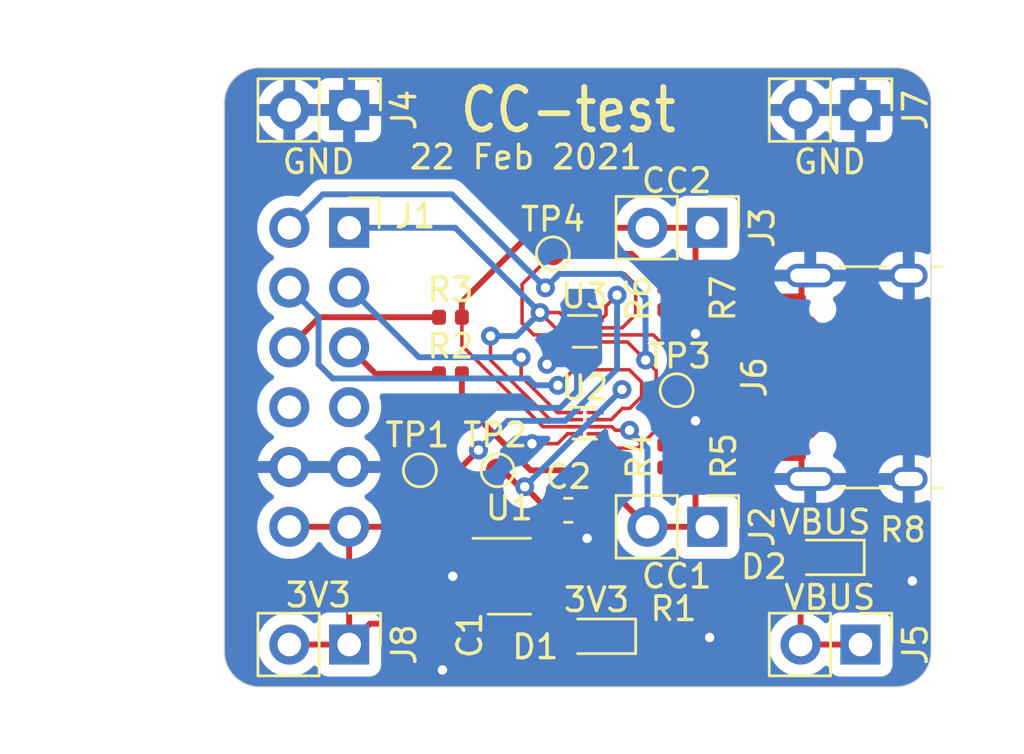
<source format=kicad_pcb>
(kicad_pcb (version 20221018) (generator pcbnew)
  (layers (0 "F.Cu" signal) (31 "B.Cu" signal) (34 "B.Paste" user) (35 "F.Paste" user) (36 "B.SilkS" user "B.Silkscreen") (37 "F.SilkS" user "F.Silkscreen") (38 "B.Mask" user) (39 "F.Mask" user) (44 "Edge.Cuts" user))
  (net 0 "")
  (net 1 "GND")
  (net 2 "+1V1")
  (net 3 "Net-(D1-Pad1)")
  (net 4 "Net-(D2-Pad1)")
  (net 5 "Net-(J1-Pad10)")
  (net 6 "Net-(J1-Pad4)")
  (net 7 "Net-(J6-PadA6)")
  (net 8 "Net-(J6-PadA8)")
  (net 9 "Net-(J6-PadB6)")
  (net 10 "Net-(J6-PadA7)")
  (net 11 "Net-(J6-PadB7)")
  (net 12 "Net-(J6-PadB8)")
  (net 13 "Net-(U1-Pad4)")
  (net 14 "+3V3")
  (net 15 "/VBUS")
  (net 16 "/CC2_INPUT")
  (net 17 "/CC1_INPUT")
  (net 18 "/CC2_OUTPUT_DRIVE_EN")
  (net 19 "/CC1_OUTPUT_DRIVE_EN")
  (net 20 "/CC2_OUTPUT")
  (net 21 "/CC1_OUTPUT")
  (net 22 "/CC1")
  (net 23 "/CC2")
  (net 24 "/CC1_RP")
  (net 25 "/CC2_RP")
  (footprint "CC-test:PinHeader_2x06_P2.54mm_PMOD" (layer "F.Cu") (at 125.3 80)
    (fp_text reference "J1" (at 2.8 -0.5) (layer "F.SilkS"))
    (fp_text value "Conn_02x06_Top_Bottom")
    (fp_line (start 0 -1.27) (end 1.27 -1.27) (stroke (width 0.12)) (layer "F.SilkS"))
    (fp_line (start 1.27 -1.27) (end 1.27 0) (stroke (width 0.12)) (layer "F.SilkS"))
    (pad "1" thru_hole rect (at 0 0) (size 1.7 1.7) (drill 1) (layers "*.Cu" "*.Mask") (net 21 "/CC1_OUTPUT"))
    (pad "2" thru_hole oval (at 0 2.54) (size 1.7 1.7) (drill 1) (layers "*.Cu" "*.Mask") (net 19 "/CC1_OUTPUT_DRIVE_EN"))
    (pad "3" thru_hole oval (at 0 5.08) (size 1.7 1.7) (drill 1) (layers "*.Cu" "*.Mask") (net 17 "/CC1_INPUT"))
    (pad "4" thru_hole oval (at 0 7.62) (size 1.7 1.7) (drill 1) (layers "*.Cu" "*.Mask") (net 6 "Net-(J1-Pad4)"))
    (pad "5" thru_hole oval (at 0 10.16) (size 1.7 1.7) (drill 1) (layers "*.Cu" "*.Mask") (net 1 "GND"))
    (pad "6" thru_hole oval (at 0 12.7) (size 1.7 1.7) (drill 1) (layers "*.Cu" "*.Mask") (net 14 "+3V3"))
    (pad "7" thru_hole oval (at -2.54 0) (size 1.7 1.7) (drill 1) (layers "*.Cu" "*.Mask") (net 20 "/CC2_OUTPUT"))
    (pad "8" thru_hole oval (at -2.54 2.54) (size 1.7 1.7) (drill 1) (layers "*.Cu" "*.Mask") (net 18 "/CC2_OUTPUT_DRIVE_EN"))
    (pad "9" thru_hole oval (at -2.54 5.08) (size 1.7 1.7) (drill 1) (layers "*.Cu" "*.Mask") (net 16 "/CC2_INPUT"))
    (pad "10" thru_hole oval (at -2.54 7.62) (size 1.7 1.7) (drill 1) (layers "*.Cu" "*.Mask") (net 5 "Net-(J1-Pad10)"))
    (pad "11" thru_hole oval (at -2.54 10.16) (size 1.7 1.7) (drill 1) (layers "*.Cu" "*.Mask") (net 1 "GND"))
    (pad "12" thru_hole oval (at -2.54 12.7) (size 1.7 1.7) (drill 1) (layers "*.Cu" "*.Mask") (net 14 "+3V3"))
  )
  (footprint "Connector_PinHeader_2.54mm:PinHeader_1x02_P2.54mm_Vertical" (layer "F.Cu") (at 125.3 75 -90)
    (fp_text reference "J4" (at 0 -2.33 90) (layer "F.SilkS"))
    (fp_text value "Conn_01x02")
    (fp_line (start -1.33 -1.33) (end 0 -1.33) (stroke (width 0.12)) (layer "F.SilkS"))
    (fp_line (start -1.33 0) (end -1.33 -1.33) (stroke (width 0.12)) (layer "F.SilkS"))
    (fp_line (start -1.33 1.27) (end -1.33 3.87) (stroke (width 0.12)) (layer "F.SilkS"))
    (fp_line (start -1.33 1.27) (end 1.33 1.27) (stroke (width 0.12)) (layer "F.SilkS"))
    (fp_line (start -1.33 3.87) (end 1.33 3.87) (stroke (width 0.12)) (layer "F.SilkS"))
    (fp_line (start 1.33 1.27) (end 1.33 3.87) (stroke (width 0.12)) (layer "F.SilkS"))
    (pad "1" thru_hole rect (at 0 0 270) (size 1.7 1.7) (drill 1) (layers "*.Cu" "*.Mask") (net 1 "GND"))
    (pad "2" thru_hole oval (at 0 2.54 270) (size 1.7 1.7) (drill 1) (layers "*.Cu" "*.Mask") (net 1 "GND"))
  )
  (footprint "Connector_PinHeader_2.54mm:PinHeader_1x02_P2.54mm_Vertical" (layer "F.Cu") (at 147 97.7 -90)
    (fp_text reference "J5" (at 0 -2.33 90) (layer "F.SilkS"))
    (fp_text value "Conn_01x02")
    (fp_line (start -1.33 -1.33) (end 0 -1.33) (stroke (width 0.12)) (layer "F.SilkS"))
    (fp_line (start -1.33 0) (end -1.33 -1.33) (stroke (width 0.12)) (layer "F.SilkS"))
    (fp_line (start -1.33 1.27) (end -1.33 3.87) (stroke (width 0.12)) (layer "F.SilkS"))
    (fp_line (start -1.33 1.27) (end 1.33 1.27) (stroke (width 0.12)) (layer "F.SilkS"))
    (fp_line (start -1.33 3.87) (end 1.33 3.87) (stroke (width 0.12)) (layer "F.SilkS"))
    (fp_line (start 1.33 1.27) (end 1.33 3.87) (stroke (width 0.12)) (layer "F.SilkS"))
    (pad "1" thru_hole rect (at 0 0 270) (size 1.7 1.7) (drill 1) (layers "*.Cu" "*.Mask") (net 15 "/VBUS"))
    (pad "2" thru_hole oval (at 0 2.54 270) (size 1.7 1.7) (drill 1) (layers "*.Cu" "*.Mask") (net 15 "/VBUS"))
  )
  (footprint "Connector_PinHeader_2.54mm:PinHeader_1x02_P2.54mm_Vertical" (layer "F.Cu") (at 147 75 -90)
    (fp_text reference "J7" (at 0 -2.33 90) (layer "F.SilkS"))
    (fp_text value "Conn_01x02")
    (fp_line (start -1.33 -1.33) (end 0 -1.33) (stroke (width 0.12)) (layer "F.SilkS"))
    (fp_line (start -1.33 0) (end -1.33 -1.33) (stroke (width 0.12)) (layer "F.SilkS"))
    (fp_line (start -1.33 1.27) (end -1.33 3.87) (stroke (width 0.12)) (layer "F.SilkS"))
    (fp_line (start -1.33 1.27) (end 1.33 1.27) (stroke (width 0.12)) (layer "F.SilkS"))
    (fp_line (start -1.33 3.87) (end 1.33 3.87) (stroke (width 0.12)) (layer "F.SilkS"))
    (fp_line (start 1.33 1.27) (end 1.33 3.87) (stroke (width 0.12)) (layer "F.SilkS"))
    (pad "1" thru_hole rect (at 0 0 270) (size 1.7 1.7) (drill 1) (layers "*.Cu" "*.Mask") (net 1 "GND"))
    (pad "2" thru_hole oval (at 0 2.54 270) (size 1.7 1.7) (drill 1) (layers "*.Cu" "*.Mask") (net 1 "GND"))
  )
  (footprint "Resistor_SMD:R_0402_1005Metric" (layer "F.Cu") (at 129.6 83.8)
    (fp_text reference "R3" (at 0 -1.17) (layer "F.SilkS"))
    (fp_text value "33k")
    (pad "1" smd roundrect (at -0.485 0) (size 0.59 0.64) (layers "F.Cu" "F.Paste" "F.Mask") (net 16 "/CC2_INPUT"))
    (pad "2" smd roundrect (at 0.485 0) (size 0.59 0.64) (layers "F.Cu" "F.Paste" "F.Mask") (net 23 "/CC2"))
  )
  (footprint "Resistor_SMD:R_0402_1005Metric" (layer "F.Cu") (at 148.8 94)
    (fp_text reference "R8" (at 0 -1.17) (layer "F.SilkS"))
    (fp_text value "R")
    (pad "1" smd roundrect (at -0.485 0) (size 0.59 0.64) (layers "F.Cu" "F.Paste" "F.Mask") (net 4 "Net-(D2-Pad1)"))
    (pad "2" smd roundrect (at 0.485 0) (size 0.59 0.64) (layers "F.Cu" "F.Paste" "F.Mask") (net 1 "GND"))
  )
  (footprint "TestPoint:TestPoint_Pad_D1.0mm" (layer "F.Cu") (at 128.3 90.3)
    (fp_text reference "TP1" (at -0.1 -1.5) (layer "F.SilkS"))
    (fp_text value "TestPoint")
    (fp_circle (center 0 0) (end 0 0.7) (stroke (width 0.12)) (fill none) (layer "F.SilkS"))
    (pad "1" smd circle (at 0 0) (size 1 1) (layers "F.Cu" "F.Mask") (net 14 "+3V3"))
  )
  (footprint "TestPoint:TestPoint_Pad_D1.0mm" (layer "F.Cu") (at 131.6 90.3)
    (fp_text reference "TP2" (at -0.1 -1.5) (layer "F.SilkS"))
    (fp_text value "TestPoint")
    (fp_circle (center 0 0) (end 0 0.7) (stroke (width 0.12)) (fill none) (layer "F.SilkS"))
    (pad "1" smd circle (at 0 0) (size 1 1) (layers "F.Cu" "F.Mask") (net 2 "+1V1"))
  )
  (footprint "TestPoint:TestPoint_Pad_D1.0mm" (layer "F.Cu") (at 133.95 81.09)
    (fp_text reference "TP4" (at 0 -1.448) (layer "F.SilkS"))
    (fp_text value "TestPoint")
    (fp_circle (center 0 0) (end 0 0.7) (stroke (width 0.12)) (fill none) (layer "F.SilkS"))
    (pad "1" smd circle (at 0 0) (size 1 1) (layers "F.Cu" "F.Mask") (net 25 "/CC2_RP"))
  )
  (footprint "Connector_PinHeader_2.54mm:PinHeader_1x02_P2.54mm_Vertical" (layer "F.Cu") (at 140.5 92.7 -90)
    (fp_text reference "J2" (at 0 -2.33 90) (layer "F.SilkS"))
    (fp_text value "Conn_01x02")
    (fp_line (start -1.33 -1.33) (end 0 -1.33) (stroke (width 0.12)) (layer "F.SilkS"))
    (fp_line (start -1.33 0) (end -1.33 -1.33) (stroke (width 0.12)) (layer "F.SilkS"))
    (fp_line (start -1.33 1.27) (end -1.33 3.87) (stroke (width 0.12)) (layer "F.SilkS"))
    (fp_line (start -1.33 1.27) (end 1.33 1.27) (stroke (width 0.12)) (layer "F.SilkS"))
    (fp_line (start -1.33 3.87) (end 1.33 3.87) (stroke (width 0.12)) (layer "F.SilkS"))
    (fp_line (start 1.33 1.27) (end 1.33 3.87) (stroke (width 0.12)) (layer "F.SilkS"))
    (pad "1" thru_hole rect (at 0 0 270) (size 1.7 1.7) (drill 1) (layers "*.Cu" "*.Mask") (net 22 "/CC1"))
    (pad "2" thru_hole oval (at 0 2.54 270) (size 1.7 1.7) (drill 1) (layers "*.Cu" "*.Mask") (net 22 "/CC1"))
  )
  (footprint "CC-test:USB_C_Receptacle_HRO_TYPE-C-31-M-12" (layer "F.Cu") (at 148 86.35 90)
    (fp_text reference "J6" (at 0 -5.5 -90) (layer "F.SilkS"))
    (fp_text value "USB_C_Receptacle_USB2.0")
    (fp_line (start -4.7 -1.9) (end -4.7 0.1) (stroke (width 0.12)) (layer "F.SilkS"))
    (fp_line (start -4.7 2) (end -4.7 2.45) (stroke (width 0.12)) (layer "F.SilkS"))
    (fp_line (start 4.7 -1.9) (end 4.7 0.1) (stroke (width 0.12)) (layer "F.SilkS"))
    (fp_line (start 4.7 2) (end 4.7 2.45) (stroke (width 0.12)) (layer "F.SilkS"))
    (pad "" np_thru_hole circle (at -2.89 -2.6 90) (size 0.65 0.65) (drill 0.65) (layers "*.Cu" "*.Mask"))
    (pad "" np_thru_hole circle (at 2.89 -2.6 90) (size 0.65 0.65) (drill 0.65) (layers "*.Cu" "*.Mask"))
    (pad "A1" smd roundrect (at -3.25 -4.045 90) (size 0.6 1.45) (layers "F.Cu" "F.Paste" "F.Mask") (net 1 "GND"))
    (pad "A4" smd roundrect (at -2.45 -4.045 90) (size 0.6 1.45) (layers "F.Cu" "F.Paste" "F.Mask") (net 15 "/VBUS"))
    (pad "A5" smd roundrect (at -1.25 -4.045 90) (size 0.3 1.45) (layers "F.Cu" "F.Paste" "F.Mask") (net 22 "/CC1"))
    (pad "A6" smd roundrect (at -0.25 -4.045 90) (size 0.3 1.45) (layers "F.Cu" "F.Paste" "F.Mask") (net 7 "Net-(J6-PadA6)"))
    (pad "A7" smd roundrect (at 0.25 -4.045 90) (size 0.3 1.45) (layers "F.Cu" "F.Paste" "F.Mask") (net 10 "Net-(J6-PadA7)"))
    (pad "A8" smd roundrect (at 1.25 -4.045 90) (size 0.3 1.45) (layers "F.Cu" "F.Paste" "F.Mask") (net 8 "Net-(J6-PadA8)"))
    (pad "A9" smd roundrect (at 2.45 -4.045 90) (size 0.6 1.45) (layers "F.Cu" "F.Paste" "F.Mask") (net 15 "/VBUS"))
    (pad "A12" smd roundrect (at 3.25 -4.045 90) (size 0.6 1.45) (layers "F.Cu" "F.Paste" "F.Mask") (net 1 "GND"))
    (pad "B1" smd roundrect (at 3.25 -4.045 90) (size 0.6 1.45) (layers "F.Cu" "F.Paste" "F.Mask") (net 1 "GND"))
    (pad "B4" smd roundrect (at 2.45 -4.045 90) (size 0.6 1.45) (layers "F.Cu" "F.Paste" "F.Mask") (net 15 "/VBUS"))
    (pad "B5" smd roundrect (at 1.75 -4.045 90) (size 0.3 1.45) (layers "F.Cu" "F.Paste" "F.Mask") (net 23 "/CC2"))
    (pad "B6" smd roundrect (at 0.75 -4.045 90) (size 0.3 1.45) (layers "F.Cu" "F.Paste" "F.Mask") (net 9 "Net-(J6-PadB6)"))
    (pad "B7" smd roundrect (at -0.75 -4.045 90) (size 0.3 1.45) (layers "F.Cu" "F.Paste" "F.Mask") (net 11 "Net-(J6-PadB7)"))
    (pad "B8" smd roundrect (at -1.75 -4.045 90) (size 0.3 1.45) (layers "F.Cu" "F.Paste" "F.Mask") (net 12 "Net-(J6-PadB8)"))
    (pad "B9" smd roundrect (at -2.45 -4.045 90) (size 0.6 1.45) (layers "F.Cu" "F.Paste" "F.Mask") (net 15 "/VBUS"))
    (pad "B12" smd roundrect (at -3.25 -4.045 90) (size 0.6 1.45) (layers "F.Cu" "F.Paste" "F.Mask") (net 1 "GND"))
    (pad "S1" thru_hole oval (at -4.32 -3.13 90) (size 1 2.1) (drill oval 0.6 1.7) (layers "*.Cu" "*.Mask" "F.Paste") (net 1 "GND"))
    (pad "S1" thru_hole oval (at -4.32 1.05 90) (size 1 1.6) (drill oval 0.6 1.2) (layers "*.Cu" "*.Mask" "F.Paste") (net 1 "GND"))
    (pad "S1" thru_hole oval (at 4.32 -3.13 90) (size 1 2.1) (drill oval 0.6 1.7) (layers "*.Cu" "*.Mask" "F.Paste") (net 1 "GND"))
    (pad "S1" thru_hole oval (at 4.32 1.05 90) (size 1 1.6) (drill oval 0.6 1.2) (layers "*.Cu" "*.Mask" "F.Paste") (net 1 "GND"))
  )
  (footprint "Package_TO_SOT_SMD:SOT-23-5" (layer "F.Cu") (at 132.1 94.8)
    (fp_text reference "U1" (at 0 -2.9) (layer "F.SilkS"))
    (fp_text value "MIC5504-1.8YM5")
    (fp_line (start -0.9 1.61) (end 0.9 1.61) (stroke (width 0.12)) (layer "F.SilkS"))
    (fp_line (start 0.9 -1.61) (end -1.55 -1.61) (stroke (width 0.12)) (layer "F.SilkS"))
    (pad "1" smd rect (at -1.1 -0.95) (size 1.06 0.65) (layers "F.Cu" "F.Paste" "F.Mask") (net 14 "+3V3"))
    (pad "2" smd rect (at -1.1 0) (size 1.06 0.65) (layers "F.Cu" "F.Paste" "F.Mask") (net 1 "GND"))
    (pad "3" smd rect (at -1.1 0.95) (size 1.06 0.65) (layers "F.Cu" "F.Paste" "F.Mask") (net 14 "+3V3"))
    (pad "4" smd rect (at 1.1 0.95) (size 1.06 0.65) (layers "F.Cu" "F.Paste" "F.Mask") (net 13 "Net-(U1-Pad4)"))
    (pad "5" smd rect (at 1.1 -0.95) (size 1.06 0.65) (layers "F.Cu" "F.Paste" "F.Mask") (net 2 "+1V1"))
  )
  (footprint "Capacitor_SMD:C_0402_1005Metric" (layer "F.Cu") (at 129.25 97.3 -90)
    (fp_text reference "C1" (at 0 -1.17 90) (layer "F.SilkS"))
    (fp_text value "C")
    (pad "1" smd roundrect (at -0.485 0 270) (size 0.59 0.64) (layers "F.Cu" "F.Paste" "F.Mask") (net 14 "+3V3"))
    (pad "2" smd roundrect (at 0.485 0 270) (size 0.59 0.64) (layers "F.Cu" "F.Paste" "F.Mask") (net 1 "GND"))
  )
  (footprint "Capacitor_SMD:C_0603_1608Metric" (layer "F.Cu") (at 134.6 92)
    (fp_text reference "C2" (at 0 -1.43) (layer "F.SilkS"))
    (fp_text value "C")
    (fp_line (start -0.162779 -0.51) (end 0.162779 -0.51) (stroke (width 0.12)) (layer "F.SilkS"))
    (fp_line (start -0.162779 0.51) (end 0.162779 0.51) (stroke (width 0.12)) (layer "F.SilkS"))
    (pad "1" smd roundrect (at -0.7875 0) (size 0.875 0.95) (layers "F.Cu" "F.Paste" "F.Mask") (net 2 "+1V1"))
    (pad "2" smd roundrect (at 0.7875 0) (size 0.875 0.95) (layers "F.Cu" "F.Paste" "F.Mask") (net 1 "GND"))
  )
  (footprint "LED_SMD:LED_0603_1608Metric_Pad1.05x0.95mm_HandSolder" (layer "F.Cu") (at 135.8 97.35 180)
    (fp_text reference "D1" (at 2.6 -0.45) (layer "F.SilkS"))
    (fp_text value "LED")
    (fp_line (start -1.66 -0.735) (end -1.66 0.735) (stroke (width 0.12)) (layer "F.SilkS"))
    (fp_line (start -1.66 0.735) (end 0.8 0.735) (stroke (width 0.12)) (layer "F.SilkS"))
    (fp_line (start 0.8 -0.735) (end -1.66 -0.735) (stroke (width 0.12)) (layer "F.SilkS"))
    (pad "1" smd roundrect (at -0.875 0 180) (size 1.05 0.95) (layers "F.Cu" "F.Paste" "F.Mask") (net 3 "Net-(D1-Pad1)"))
    (pad "2" smd roundrect (at 0.875 0 180) (size 1.05 0.95) (layers "F.Cu" "F.Paste" "F.Mask") (net 14 "+3V3"))
  )
  (footprint "LED_SMD:LED_0603_1608Metric_Pad1.05x0.95mm_HandSolder" (layer "F.Cu") (at 145.5 94 180)
    (fp_text reference "D2" (at 2.6 -0.4) (layer "F.SilkS"))
    (fp_text value "LED")
    (fp_line (start -1.66 -0.735) (end -1.66 0.735) (stroke (width 0.12)) (layer "F.SilkS"))
    (fp_line (start -1.66 0.735) (end 0.8 0.735) (stroke (width 0.12)) (layer "F.SilkS"))
    (fp_line (start 0.8 -0.735) (end -1.66 -0.735) (stroke (width 0.12)) (layer "F.SilkS"))
    (pad "1" smd roundrect (at -0.875 0 180) (size 1.05 0.95) (layers "F.Cu" "F.Paste" "F.Mask") (net 4 "Net-(D2-Pad1)"))
    (pad "2" smd roundrect (at 0.875 0 180) (size 1.05 0.95) (layers "F.Cu" "F.Paste" "F.Mask") (net 15 "/VBUS"))
  )
  (footprint "Resistor_SMD:R_0402_1005Metric" (layer "F.Cu") (at 139.065 97.35)
    (fp_text reference "R1" (at 0 -1.17) (layer "F.SilkS"))
    (fp_text value "R")
    (pad "1" smd roundrect (at -0.485 0) (size 0.59 0.64) (layers "F.Cu" "F.Paste" "F.Mask") (net 3 "Net-(D1-Pad1)"))
    (pad "2" smd roundrect (at 0.485 0) (size 0.59 0.64) (layers "F.Cu" "F.Paste" "F.Mask") (net 1 "GND"))
  )
  (footprint "Connector_PinHeader_2.54mm:PinHeader_1x02_P2.54mm_Vertical" (layer "F.Cu") (at 140.5 80 -90)
    (fp_text reference "J3" (at 0 -2.33 90) (layer "F.SilkS"))
    (fp_text value "Conn_01x02")
    (fp_line (start -1.33 -1.33) (end 0 -1.33) (stroke (width 0.12)) (layer "F.SilkS"))
    (fp_line (start -1.33 0) (end -1.33 -1.33) (stroke (width 0.12)) (layer "F.SilkS"))
    (fp_line (start -1.33 1.27) (end -1.33 3.87) (stroke (width 0.12)) (layer "F.SilkS"))
    (fp_line (start -1.33 1.27) (end 1.33 1.27) (stroke (width 0.12)) (layer "F.SilkS"))
    (fp_line (start -1.33 3.87) (end 1.33 3.87) (stroke (width 0.12)) (layer "F.SilkS"))
    (fp_line (start 1.33 1.27) (end 1.33 3.87) (stroke (width 0.12)) (layer "F.SilkS"))
    (pad "1" thru_hole rect (at 0 0 270) (size 1.7 1.7) (drill 1) (layers "*.Cu" "*.Mask") (net 23 "/CC2"))
    (pad "2" thru_hole oval (at 0 2.54 270) (size 1.7 1.7) (drill 1) (layers "*.Cu" "*.Mask") (net 23 "/CC2"))
  )
  (footprint "Connector_PinHeader_2.54mm:PinHeader_1x02_P2.54mm_Vertical" (layer "F.Cu") (at 125.3 97.7 -90)
    (fp_text reference "J8" (at 0 -2.33 90) (layer "F.SilkS"))
    (fp_text value "Conn_01x02")
    (fp_line (start -1.33 -1.33) (end 0 -1.33) (stroke (width 0.12)) (layer "F.SilkS"))
    (fp_line (start -1.33 0) (end -1.33 -1.33) (stroke (width 0.12)) (layer "F.SilkS"))
    (fp_line (start -1.33 1.27) (end -1.33 3.87) (stroke (width 0.12)) (layer "F.SilkS"))
    (fp_line (start -1.33 1.27) (end 1.33 1.27) (stroke (width 0.12)) (layer "F.SilkS"))
    (fp_line (start -1.33 3.87) (end 1.33 3.87) (stroke (width 0.12)) (layer "F.SilkS"))
    (fp_line (start 1.33 1.27) (end 1.33 3.87) (stroke (width 0.12)) (layer "F.SilkS"))
    (pad "1" thru_hole rect (at 0 0 270) (size 1.7 1.7) (drill 1) (layers "*.Cu" "*.Mask") (net 14 "+3V3"))
    (pad "2" thru_hole oval (at 0 2.54 270) (size 1.7 1.7) (drill 1) (layers "*.Cu" "*.Mask") (net 14 "+3V3"))
  )
  (footprint "Resistor_SMD:R_0402_1005Metric" (layer "F.Cu") (at 140 89.7 90)
    (fp_text reference "R5" (at 0 1.2 90) (layer "F.SilkS"))
    (fp_text value "5.49K±1%")
    (pad "1" smd roundrect (at -0.485 0 90) (size 0.59 0.64) (layers "F.Cu" "F.Paste" "F.Mask") (net 22 "/CC1"))
    (pad "2" smd roundrect (at 0.485 0 90) (size 0.59 0.64) (layers "F.Cu" "F.Paste" "F.Mask") (net 1 "GND"))
  )
  (footprint "Resistor_SMD:R_0402_1005Metric" (layer "F.Cu") (at 129.6 86.2)
    (fp_text reference "R2" (at 0 -1.17) (layer "F.SilkS"))
    (fp_text value "33k")
    (pad "1" smd roundrect (at -0.485 0) (size 0.59 0.64) (layers "F.Cu" "F.Paste" "F.Mask") (net 17 "/CC1_INPUT"))
    (pad "2" smd roundrect (at 0.485 0) (size 0.59 0.64) (layers "F.Cu" "F.Paste" "F.Mask") (net 22 "/CC1"))
  )
  (footprint "Resistor_SMD:R_0402_1005Metric" (layer "F.Cu") (at 138.7 89.7 -90)
    (fp_text reference "R4" (at 0 1.1 90) (layer "F.SilkS"))
    (fp_text value "18.7K±1%")
    (pad "1" smd roundrect (at -0.485 0 270) (size 0.59 0.64) (layers "F.Cu" "F.Paste" "F.Mask") (net 24 "/CC1_RP"))
    (pad "2" smd roundrect (at 0.485 0 270) (size 0.59 0.64) (layers "F.Cu" "F.Paste" "F.Mask") (net 22 "/CC1"))
  )
  (footprint "Resistor_SMD:R_0402_1005Metric" (layer "F.Cu") (at 140 83 -90)
    (fp_text reference "R7" (at 0 -1.17 90) (layer "F.SilkS"))
    (fp_text value "5.49K±1%")
    (pad "1" smd roundrect (at -0.485 0 270) (size 0.59 0.64) (layers "F.Cu" "F.Paste" "F.Mask") (net 23 "/CC2"))
    (pad "2" smd roundrect (at 0.485 0 270) (size 0.59 0.64) (layers "F.Cu" "F.Paste" "F.Mask") (net 1 "GND"))
  )
  (footprint "CC-test:X2-DFN1210-8_1.2x1mm_P0.3mm" (layer "F.Cu") (at 135.3 88.3)
    (fp_text reference "U2" (at 0 -1.5) (layer "F.SilkS"))
    (fp_text value "74AUP2G126")
    (fp_line (start 0.5 -0.675) (end -0.7 -0.675) (stroke (width 0.12)) (layer "F.SilkS"))
    (fp_line (start 0.5 0.675) (end -0.5 0.675) (stroke (width 0.12)) (layer "F.SilkS"))
    (pad "1" smd rect (at -0.4375 -0.45 270) (size 0.15 0.725) (layers "F.Cu" "F.Paste" "F.Mask") (net 19 "/CC1_OUTPUT_DRIVE_EN"))
    (pad "2" smd rect (at -0.4375 -0.15 270) (size 0.15 0.725) (layers "F.Cu" "F.Paste" "F.Mask") (net 21 "/CC1_OUTPUT"))
    (pad "3" smd rect (at -0.4375 0.15 270) (size 0.15 0.725) (layers "F.Cu" "F.Paste" "F.Mask") (net 23 "/CC2"))
    (pad "4" smd rect (at -0.4375 0.45 270) (size 0.15 0.725) (layers "F.Cu" "F.Paste" "F.Mask") (net 1 "GND"))
    (pad "5" smd rect (at 0.4375 0.45 270) (size 0.15 0.725) (layers "F.Cu" "F.Paste" "F.Mask") (net 20 "/CC2_OUTPUT"))
    (pad "6" smd rect (at 0.4375 0.15 270) (size 0.15 0.725) (layers "F.Cu" "F.Paste" "F.Mask") (net 22 "/CC1"))
    (pad "7" smd rect (at 0.4375 -0.15 270) (size 0.15 0.725) (layers "F.Cu" "F.Paste" "F.Mask") (net 18 "/CC2_OUTPUT_DRIVE_EN"))
    (pad "8" smd rect (at 0.4375 -0.45 270) (size 0.15 0.725) (layers "F.Cu" "F.Paste" "F.Mask") (net 2 "+1V1"))
  )
  (footprint "CC-test:X2-DFN1210-8_1.2x1mm_P0.3mm" (layer "F.Cu") (at 135.3 84.4)
    (fp_text reference "U3" (at 0 -1.5) (layer "F.SilkS"))
    (fp_text value "74AUP2G126")
    (fp_line (start 0.5 -0.675) (end -0.7 -0.675) (stroke (width 0.12)) (layer "F.SilkS"))
    (fp_line (start 0.5 0.675) (end -0.5 0.675) (stroke (width 0.12)) (layer "F.SilkS"))
    (pad "1" smd rect (at -0.4375 -0.45 270) (size 0.15 0.725) (layers "F.Cu" "F.Paste" "F.Mask") (net 21 "/CC1_OUTPUT"))
    (pad "2" smd rect (at -0.4375 -0.15 270) (size 0.15 0.725) (layers "F.Cu" "F.Paste" "F.Mask") (net 21 "/CC1_OUTPUT"))
    (pad "3" smd rect (at -0.4375 0.15 270) (size 0.15 0.725) (layers "F.Cu" "F.Paste" "F.Mask") (net 25 "/CC2_RP"))
    (pad "4" smd rect (at -0.4375 0.45 270) (size 0.15 0.725) (layers "F.Cu" "F.Paste" "F.Mask") (net 1 "GND"))
    (pad "5" smd rect (at 0.4375 0.45 270) (size 0.15 0.725) (layers "F.Cu" "F.Paste" "F.Mask") (net 20 "/CC2_OUTPUT"))
    (pad "6" smd rect (at 0.4375 0.15 270) (size 0.15 0.725) (layers "F.Cu" "F.Paste" "F.Mask") (net 24 "/CC1_RP"))
    (pad "7" smd rect (at 0.4375 -0.15 270) (size 0.15 0.725) (layers "F.Cu" "F.Paste" "F.Mask") (net 20 "/CC2_OUTPUT"))
    (pad "8" smd rect (at 0.4375 -0.45 270) (size 0.15 0.725) (layers "F.Cu" "F.Paste" "F.Mask") (net 14 "+3V3"))
  )
  (footprint "Resistor_SMD:R_0402_1005Metric" (layer "F.Cu") (at 138.7 83 -90)
    (fp_text reference "R6" (at 0 1.1 90) (layer "F.SilkS"))
    (fp_text value "18.7K±1%")
    (pad "1" smd roundrect (at -0.485 0 270) (size 0.59 0.64) (layers "F.Cu" "F.Paste" "F.Mask") (net 25 "/CC2_RP"))
    (pad "2" smd roundrect (at 0.485 0 270) (size 0.59 0.64) (layers "F.Cu" "F.Paste" "F.Mask") (net 23 "/CC2"))
  )
  (footprint "TestPoint:TestPoint_Pad_D1.0mm" (layer "F.Cu") (at 139.2 86.9)
    (fp_text reference "TP3" (at 0.1 -1.448) (layer "F.SilkS"))
    (fp_text value "TestPoint")
    (fp_circle (center 0 0) (end 0 0.7) (stroke (width 0.12)) (fill none) (layer "F.SilkS"))
    (pad "1" smd circle (at 0 0) (size 1 1) (layers "F.Cu" "F.Mask") (net 24 "/CC1_RP"))
  )
  (gr_arc (start 120 74.7) (mid 120.43934 73.63934) (end 121.5 73.2) (stroke (width 0.05)) (layer "Edge.Cuts"))
  (gr_line (start 148.5 99.5) (end 121.5 99.5) (stroke (width 0.05)) (layer "Edge.Cuts"))
  (gr_line (start 120 74.7) (end 120 98) (stroke (width 0.05)) (layer "Edge.Cuts"))
  (gr_line (start 121.5 73.2) (end 148.5 73.2) (stroke (width 0.05)) (layer "Edge.Cuts"))
  (gr_line (start 150 74.7) (end 150 98) (stroke (width 0.05)) (layer "Edge.Cuts"))
  (gr_arc (start 150 98) (mid 149.56066 99.06066) (end 148.5 99.5) (stroke (width 0.05)) (layer "Edge.Cuts"))
  (gr_arc (start 121.5 99.5) (mid 120.43934 99.06066) (end 120 98) (stroke (width 0.05)) (layer "Edge.Cuts"))
  (gr_arc (start 148.5 73.2) (mid 149.56066 73.63934) (end 150 74.7) (stroke (width 0.05)) (layer "Edge.Cuts"))
  (gr_text "VBUS" (at 145.5 92.5) (layer "F.SilkS") (effects (font (size 1 1))))
  (gr_text "CC1" (at 139.2 94.8) (layer "F.SilkS") (effects (font (size 1 1))))
  (gr_text "CC2" (at 139.2 78) (layer "F.SilkS") (effects (font (size 1 1))))
  (gr_text "3V3" (at 124 95.6) (layer "F.SilkS") (effects (font (size 1 1))))
  (gr_text "GND" (at 124 77.2) (layer "F.SilkS") (effects (font (size 1 1))))
  (gr_text "GND" (at 145.7 77.2) (layer "F.SilkS") (effects (font (size 1 1))))
  (gr_text "VBUS" (at 145.7 95.7) (layer "F.SilkS") (effects (font (size 1 1))))
  (gr_text "22 Feb 2021" (at 132.8 77) (layer "F.SilkS") (effects (font (size 1 1))))
  (gr_text "CC-test" (at 134.6 75) (layer "F.SilkS") (effects (font (size 1.8 1.5) (thickness 0.25))))
  (gr_text "3V3" (at 135.8 95.8) (layer "F.SilkS") (effects (font (size 1 1))))
  (segment (start 140 83.485) (end 140 84.5) (width 0.25) (layer "F.Cu") (net 1))
  (segment (start 134.15 89.17) (end 133.06 89.17) (width 0.15) (layer "F.Cu") (net 1))
  (segment (start 133.7 85.8) (end 134.65 84.85) (width 0.15) (layer "F.Cu") (net 1))
  (segment (start 140.55 97.35) (end 140.6 97.4) (width 0.25) (layer "F.Cu") (net 1))
  (segment (start 144.5 89.8) (end 144.5 90.3) (width 0.25) (layer "F.Cu") (net 1))
  (segment (start 144.5 90.3) (end 144.87 90.67) (width 0.25) (layer "F.Cu") (net 1))
  (segment (start 140 89.215) (end 140 88.2) (width 0.25) (layer "F.Cu") (net 1))
  (segment (start 144.2 83.1) (end 144.5 82.8) (width 0.25) (layer "F.Cu") (net 1))
  (segment (start 144.5 82.8) (end 144.5 82.4) (width 0.25) (layer "F.Cu") (net 1))
  (segment (start 129.25 97.785) (end 129.25 98.77) (width 0.25) (layer "F.Cu") (net 1))
  (segment (start 149.285 94.915) (end 149.2 95) (width 0.25) (layer "F.Cu") (net 1))
  (segment (start 134.8625 88.75) (end 134.57 88.75) (width 0.15) (layer "F.Cu") (net 1))
  (segment (start 144.5 82.4) (end 144.87 82.03) (width 0.25) (layer "F.Cu") (net 1))
  (segment (start 131 94.8) (end 129.7 94.8) (width 0.25) (layer "F.Cu") (net 1))
  (segment (start 143.955 83.1) (end 144.2 83.1) (width 0.25) (layer "F.Cu") (net 1))
  (segment (start 135.3875 93.1775) (end 135.4 93.19) (width 0.25) (layer "F.Cu") (net 1))
  (segment (start 135.3875 92) (end 135.3875 93.1775) (width 0.25) (layer "F.Cu") (net 1))
  (segment (start 134.65 84.85) (end 134.8625 84.85) (width 0.15) (layer "F.Cu") (net 1))
  (segment (start 139.55 97.35) (end 140.55 97.35) (width 0.25) (layer "F.Cu") (net 1))
  (segment (start 134.57 88.75) (end 134.15 89.17) (width 0.15) (layer "F.Cu") (net 1))
  (segment (start 129.25 98.77) (end 129.26 98.78) (width 0.25) (layer "F.Cu") (net 1))
  (segment (start 144.3 89.6) (end 144.5 89.8) (width 0.25) (layer "F.Cu") (net 1))
  (segment (start 149.285 94) (end 149.285 94.915) (width 0.25) (layer "F.Cu") (net 1))
  (segment (start 143.955 89.6) (end 144.3 89.6) (width 0.25) (layer "F.Cu") (net 1))
  (via (at 129.26 98.78) (size 0.8) (drill 0.4) (layers "F.Cu" "B.Cu") (net 1))
  (via (at 129.7 94.8) (size 0.8) (drill 0.4) (layers "F.Cu" "B.Cu") (net 1))
  (via (at 133.06 89.17) (size 0.8) (drill 0.4) (layers "F.Cu" "B.Cu") (net 1))
  (via (at 140 88.2) (size 0.8) (drill 0.4) (layers "F.Cu" "B.Cu") (net 1))
  (via (at 149.2 95) (size 0.8) (drill 0.4) (layers "F.Cu" "B.Cu") (net 1))
  (via (at 140.6 97.4) (size 0.8) (drill 0.4) (layers "F.Cu" "B.Cu") (net 1))
  (via (at 140 84.5) (size 0.8) (drill 0.4) (layers "F.Cu" "B.Cu") (net 1))
  (via (at 133.7 85.8) (size 0.8) (drill 0.4) (layers "F.Cu" "B.Cu") (net 1))
  (via (at 135.4 93.19) (size 0.8) (drill 0.4) (layers "F.Cu" "B.Cu") (net 1))
  (segment (start 127.35 90.16) (end 125.3 90.16) (width 0.25) (layer "B.Cu") (net 1))
  (segment (start 129.86 87.65) (end 127.35 90.16) (width 0.25) (layer "B.Cu") (net 1))
  (segment (start 134.97 86.21) (end 134.97 86.93) (width 0.25) (layer "B.Cu") (net 1))
  (segment (start 134.56 85.8) (end 134.97 86.21) (width 0.25) (layer "B.Cu") (net 1))
  (segment (start 134.97 86.93) (end 134.25 87.65) (width 0.25) (layer "B.Cu") (net 1))
  (segment (start 133.7 85.8) (end 134.56 85.8) (width 0.25) (layer "B.Cu") (net 1))
  (segment (start 134.25 87.65) (end 129.86 87.65) (width 0.25) (layer "B.Cu") (net 1))
  (segment (start 136.88 86.91) (end 136.88 86.87) (width 0.15) (layer "F.Cu") (net 2))
  (segment (start 132.75 91) (end 133.75 92) (width 0.25) (layer "F.Cu") (net 2))
  (segment (start 133.2 92.6125) (end 133.8125 92) (width 0.25) (layer "F.Cu") (net 2))
  (segment (start 133.75 92) (end 133.8125 92) (width 0.25) (layer "F.Cu") (net 2))
  (segment (start 135.94 87.85) (end 136.88 86.91) (width 0.15) (layer "F.Cu") (net 2))
  (segment (start 135.7375 87.85) (end 135.94 87.85) (width 0.15) (layer "F.Cu") (net 2))
  (segment (start 132.52 91) (end 132.75 91) (width 0.25) (layer "F.Cu") (net 2))
  (segment (start 131.82 90.3) (end 132.52 91) (width 0.25) (layer "F.Cu") (net 2))
  (segment (start 133.2 93.85) (end 133.2 92.6125) (width 0.25) (layer "F.Cu") (net 2))
  (segment (start 131.6 90.3) (end 131.82 90.3) (width 0.25) (layer "F.Cu") (net 2))
  (via (at 136.88 86.87) (size 0.8) (drill 0.4) (layers "F.Cu" "B.Cu") (net 2))
  (via (at 132.75 91) (size 0.8) (drill 0.4) (layers "F.Cu" "B.Cu") (net 2))
  (segment (start 136.88 86.87) (end 132.75 91) (width 0.25) (layer "B.Cu") (net 2))
  (segment (start 136.675 97.35) (end 138.58 97.35) (width 0.25) (layer "F.Cu") (net 3))
  (segment (start 148.315 94) (end 146.375 94) (width 0.25) (layer "F.Cu") (net 4))
  (segment (start 129.47 90.3) (end 129.7 90.53) (width 0.25) (layer "F.Cu") (net 14))
  (segment (start 125.3 97.7) (end 126.185 96.815) (width 0.25) (layer "F.Cu") (net 14))
  (segment (start 131.25 95.75) (end 132.85 97.35) (width 0.25) (layer "F.Cu") (net 14))
  (segment (start 129.885 96.815) (end 129.25 96.815) (width 0.25) (layer "F.Cu") (net 14))
  (segment (start 132.85 97.35) (end 134.925 97.35) (width 0.25) (layer "F.Cu") (net 14))
  (segment (start 136.2 83.33) (end 136.67 82.86) (width 0.15) (layer "F.Cu") (net 14))
  (segment (start 130.95 95.75) (end 129.885 96.815) (width 0.25) (layer "F.Cu") (net 14))
  (segment (start 128.3 90.3) (end 129.47 90.3) (width 0.25) (layer "F.Cu") (net 14))
  (segment (start 135.94 83.95) (end 136.2 83.69) (width 0.15) (layer "F.Cu") (net 14))
  (segment (start 130.85 93.85) (end 131 93.85) (width 0.25) (layer "F.Cu") (net 14))
  (segment (start 136.67 83.06) (end 136.67 82.86) (width 0.25) (layer "F.Cu") (net 14))
  (segment (start 130.79 89.44) (end 129.7 90.53) (width 0.25) (layer "F.Cu") (net 14))
  (segment (start 125.3 97.7) (end 122.76 97.7) (width 0.25) (layer "F.Cu") (net 14))
  (segment (start 126.185 96.815) (end 129.25 96.815) (width 0.25) (layer "F.Cu") (net 14))
  (segment (start 129.7 92.7) (end 130.85 93.85) (width 0.25) (layer "F.Cu") (net 14))
  (segment (start 135.7375 83.95) (end 135.94 83.95) (width 0.15) (layer "F.Cu") (net 14))
  (segment (start 136.2 83.69) (end 136.2 83.33) (width 0.15) (layer "F.Cu") (net 14))
  (segment (start 131 95.75) (end 131.25 95.75) (width 0.25) (layer "F.Cu") (net 14))
  (segment (start 129.7 90.53) (end 129.7 92.7) (width 0.25) (layer "F.Cu") (net 14))
  (segment (start 131 95.75) (end 130.95 95.75) (width 0.25) (layer "F.Cu") (net 14))
  (segment (start 125.3 92.7) (end 125.3 97.7) (width 0.25) (layer "F.Cu") (net 14))
  (segment (start 122.76 92.7) (end 125.3 92.7) (width 0.25) (layer "F.Cu") (net 14))
  (segment (start 125.3 92.7) (end 129.7 92.7) (width 0.25) (layer "F.Cu") (net 14))
  (via (at 130.79 89.44) (size 0.8) (drill 0.4) (layers "F.Cu" "B.Cu") (net 14))
  (via (at 136.67 82.86) (size 0.8) (drill 0.4) (layers "F.Cu" "B.Cu") (net 14))
  (segment (start 136.67 82.86) (end 136.67 86) (width 0.25) (layer "B.Cu") (net 14))
  (segment (start 134.47 88.2) (end 132.03 88.2) (width 0.25) (layer "B.Cu") (net 14))
  (segment (start 132.03 88.2) (end 130.79 89.44) (width 0.25) (layer "B.Cu") (net 14))
  (segment (start 136.67 86) (end 134.47 88.2) (width 0.25) (layer "B.Cu") (net 14))
  (segment (start 146.52 92.105) (end 144.625 94) (width 0.25) (layer "F.Cu") (net 15))
  (segment (start 145.38 88.34) (end 144.92 88.8) (width 0.25) (layer "F.Cu") (net 15))
  (segment (start 143.955 83.9) (end 144.92 83.9) (width 0.25) (layer "F.Cu") (net 15))
  (segment (start 145.38 84.36) (end 145.38 88.34) (width 0.25) (layer "F.Cu") (net 15))
  (segment (start 144.46 97.7) (end 147 97.7) (width 0.25) (layer "F.Cu") (net 15))
  (segment (start 144.46 97.7) (end 144.46 94.165) (width 0.25) (layer "F.Cu") (net 15))
  (segment (start 144.46 94.165) (end 144.625 94) (width 0.25) (layer "F.Cu") (net 15))
  (segment (start 146.52 89.01) (end 146.52 92.105) (width 0.25) (layer "F.Cu") (net 15))
  (segment (start 144.92 88.8) (end 143.955 88.8) (width 0.25) (layer "F.Cu") (net 15))
  (segment (start 144.92 83.9) (end 145.38 84.36) (width 0.25) (layer "F.Cu") (net 15))
  (segment (start 145.38 88.34) (end 145.85 88.34) (width 0.25) (layer "F.Cu") (net 15))
  (segment (start 145.85 88.34) (end 146.52 89.01) (width 0.25) (layer "F.Cu") (net 15))
  (segment (start 122.76 85.08) (end 124.04 83.8) (width 0.25) (layer "F.Cu") (net 16))
  (segment (start 124.04 83.8) (end 129.115 83.8) (width 0.25) (layer "F.Cu") (net 16))
  (segment (start 129.115 86.2) (end 126.42 86.2) (width 0.25) (layer "F.Cu") (net 17))
  (segment (start 126.42 86.2) (end 125.3 85.08) (width 0.25) (layer "F.Cu") (net 17))
  (segment (start 137.71 87.17) (end 137.21 87.67) (width 0.15) (layer "F.Cu") (net 18))
  (segment (start 137.19 86.03) (end 137.71 86.55) (width 0.15) (layer "F.Cu") (net 18))
  (segment (start 137.21 87.67) (end 136.9 87.67) (width 0.15) (layer "F.Cu") (net 18))
  (segment (start 134.16 86.69) (end 134.82 86.03) (width 0.15) (layer "F.Cu") (net 18))
  (segment (start 134.82 86.03) (end 137.19 86.03) (width 0.15) (layer "F.Cu") (net 18))
  (segment (start 136.9 87.67) (end 136.42 88.15) (width 0.15) (layer "F.Cu") (net 18))
  (segment (start 136.42 88.15) (end 135.7375 88.15) (width 0.15) (layer "F.Cu") (net 18))
  (segment (start 137.71 86.55) (end 137.71 87.17) (width 0.15) (layer "F.Cu") (net 18))
  (via (at 134.16 86.69) (size 0.8) (drill 0.4) (layers "F.Cu" "B.Cu") (net 18))
  (segment (start 133.19 86.69) (end 134.16 86.69) (width 0.25) (layer "B.Cu") (net 18))
  (segment (start 124 85.8) (end 124 83.78) (width 0.25) (layer "B.Cu") (net 18))
  (segment (start 132.9 86.4) (end 133.19 86.69) (width 0.25) (layer "B.Cu") (net 18))
  (segment (start 124.6 86.4) (end 132.9 86.4) (width 0.25) (layer "B.Cu") (net 18))
  (segment (start 124 83.78) (end 122.76 82.54) (width 0.25) (layer "B.Cu") (net 18))
  (segment (start 124.6 86.4) (end 124 85.8) (width 0.25) (layer "B.Cu") (net 18))
  (segment (start 132.6 86.31) (end 132.6 85.5) (width 0.15) (layer "F.Cu") (net 19))
  (segment (start 134.14 87.85) (end 132.6 86.31) (width 0.15) (layer "F.Cu") (net 19))
  (segment (start 134.8625 87.85) (end 134.14 87.85) (width 0.15) (layer "F.Cu") (net 19))
  (via (at 132.6 85.5) (size 0.8) (drill 0.4) (layers "F.Cu" "B.Cu") (net 19))
  (segment (start 128.26 85.5) (end 125.3 82.54) (width 0.25) (layer "B.Cu") (net 19))
  (segment (start 132.6 85.5) (end 128.26 85.5) (width 0.25) (layer "B.Cu") (net 19))
  (segment (start 137.11 84.85) (end 135.7375 84.85) (width 0.15) (layer "F.Cu") (net 20))
  (segment (start 136.02 88.75) (end 135.7375 88.75) (width 0.15) (layer "F.Cu") (net 20))
  (segment (start 138.33 88.58) (end 137.55 89.36) (width 0.15) (layer "F.Cu") (net 20))
  (segment (start 137.46 83.68) (end 136.89 84.25) (width 0.15) (layer "F.Cu") (net 20))
  (segment (start 133.63 82.55) (end 134.22 81.96) (width 0.15) (layer "F.Cu") (net 20))
  (segment (start 137.55 89.36) (end 136.63 89.36) (width 0.15) (layer "F.Cu") (net 20))
  (segment (start 134.22 81.96) (end 136.99 81.96) (width 0.15) (layer "F.Cu") (net 20))
  (segment (start 137.88 85.62) (end 138.33 86.07) (width 0.15) (layer "F.Cu") (net 20))
  (segment (start 136.63 89.36) (end 136.02 88.75) (width 0.15) (layer "F.Cu") (net 20))
  (segment (start 136.89 84.25) (end 135.7375 84.25) (width 0.15) (layer "F.Cu") (net 20))
  (segment (start 138.33 86.07) (end 138.33 88.58) (width 0.15) (layer "F.Cu") (net 20))
  (segment (start 137.88 85.62) (end 137.11 84.85) (width 0.15) (layer "F.Cu") (net 20))
  (segment (start 136.99 81.96) (end 137.46 82.43) (width 0.15) (layer "F.Cu") (net 20))
  (segment (start 137.46 82.43) (end 137.46 83.68) (width 0.15) (layer "F.Cu") (net 20))
  (via (at 133.63 82.55) (size 0.8) (drill 0.4) (layers "F.Cu" "B.Cu") (net 20))
  (via (at 137.88 85.62) (size 0.8) (drill 0.4) (layers "F.Cu" "B.Cu") (net 20))
  (segment (start 129.66 78.58) (end 124.18 78.58) (width 0.25) (layer "B.Cu") (net 20))
  (segment (start 137.88 82.98) (end 136.86 81.96) (width 0.25) (layer "B.Cu") (net 20))
  (segment (start 134.22 81.96) (end 133.63 82.55) (width 0.25) (layer "B.Cu") (net 20))
  (segment (start 137.88 85.62) (end 137.88 82.98) (width 0.25) (layer "B.Cu") (net 20))
  (segment (start 133.63 82.55) (end 129.66 78.58) (width 0.25) (layer "B.Cu") (net 20))
  (segment (start 136.86 81.96) (end 134.22 81.96) (width 0.25) (layer "B.Cu") (net 20))
  (segment (start 124.18 78.58) (end 122.76 80) (width 0.25) (layer "B.Cu") (net 20))
  (segment (start 134.8625 88.15) (end 133.83 88.15) (width 0.15) (layer "F.Cu") (net 21))
  (segment (start 134.05 84.25) (end 133.4 83.6) (width 0.15) (layer "F.Cu") (net 21))
  (segment (start 134.22 83.6) (end 134.57 83.95) (width 0.15) (layer "F.Cu") (net 21))
  (segment (start 133.83 88.15) (end 131.3 85.62) (width 0.15) (layer "F.Cu") (net 21))
  (segment (start 133.4 83.6) (end 134.22 83.6) (width 0.15) (layer "F.Cu") (net 21))
  (segment (start 133.425 83.625) (end 133.4 83.6) (width 0.25) (layer "F.Cu") (net 21))
  (segment (start 134.8625 84.25) (end 134.05 84.25) (width 0.15) (layer "F.Cu") (net 21))
  (segment (start 134.57 83.95) (end 134.8625 83.95) (width 0.15) (layer "F.Cu") (net 21))
  (segment (start 131.3 85.62) (end 131.3 84.6) (width 0.15) (layer "F.Cu") (net 21))
  (segment (start 133.4 83.8) (end 133.4 83.6) (width 0.25) (layer "F.Cu") (net 21))
  (via (at 133.4 83.6) (size 0.8) (drill 0.4) (layers "F.Cu" "B.Cu") (net 21))
  (via (at 131.3 84.6) (size 0.8) (drill 0.4) (layers "F.Cu" "B.Cu") (net 21))
  (segment (start 132.4 84.6) (end 133.4 83.6) (width 0.25) (layer "B.Cu") (net 21))
  (segment (start 133.4 83.6) (end 129.8 80) (width 0.25) (layer "B.Cu") (net 21))
  (segment (start 131.3 84.6) (end 132.4 84.6) (width 0.25) (layer "B.Cu") (net 21))
  (segment (start 129.8 80) (end 125.3 80) (width 0.25) (layer "B.Cu") (net 21))
  (segment (start 140 90.185) (end 140 92.2) (width 0.25) (layer "F.Cu") (net 22))
  (segment (start 135.56 90.3) (end 133 90.3) (width 0.25) (layer "F.Cu") (net 22))
  (segment (start 143.955 87.6) (end 142.95 87.6) (width 0.25) (layer "F.Cu") (net 22))
  (segment (start 136.6 88.6) (end 137.2 88.6) (width 0.15) (layer "F.Cu") (net 22))
  (segment (start 137.15 88.55) (end 137.2 88.6) (width 0.25) (layer "F.Cu") (net 22))
  (segment (start 140 92.2) (end 140.5 92.7) (width 0.25) (layer "F.Cu") (net 22))
  (segment (start 141.81 89.24) (end 140.865 90.185) (width 0.25) (layer "F.Cu") (net 22))
  (segment (start 141.81 88.74) (end 141.81 89.24) (width 0.25) (layer "F.Cu") (net 22))
  (segment (start 133 90.3) (end 130.085 87.385) (width 0.25) (layer "F.Cu") (net 22))
  (segment (start 135.7375 88.45) (end 136.45 88.45) (width 0.15) (layer "F.Cu") (net 22))
  (segment (start 130.085 87.385) (end 130.085 86.2) (width 0.25) (layer "F.Cu") (net 22))
  (segment (start 140.865 90.185) (end 140 90.185) (width 0.25) (layer "F.Cu") (net 22))
  (segment (start 138.7 90.185) (end 140 90.185) (width 0.25) (layer "F.Cu") (net 22))
  (segment (start 136.45 88.45) (end 136.6 88.6) (width 0.15) (layer "F.Cu") (net 22))
  (segment (start 142.95 87.6) (end 141.81 88.74) (width 0.25) (layer "F.Cu") (net 22))
  (segment (start 140.5 92.7) (end 137.96 92.7) (width 0.25) (layer "F.Cu") (net 22))
  (segment (start 137.96 92.7) (end 135.56 90.3) (width 0.25) (layer "F.Cu") (net 22))
  (via (at 137.2 88.6) (size 0.8) (drill 0.4) (layers "F.Cu" "B.Cu") (net 22))
  (segment (start 137.96 89.36) (end 137.96 92.7) (width 0.25) (layer "B.Cu") (net 22))
  (segment (start 137.2 88.6) (end 137.96 89.36) (width 0.25) (layer "B.Cu") (net 22))
  (segment (start 137.96 80) (end 133.23 80) (width 0.25) (layer "F.Cu") (net 23))
  (segment (start 140.865 82.515) (end 140 82.515) (width 0.25) (layer "F.Cu") (net 23))
  (segment (start 140 80.5) (end 140.5 80) (width 0.25) (layer "F.Cu") (net 23))
  (segment (start 130.085 85.005) (end 130.085 83.8) (width 0.15) (layer "F.Cu") (net 23))
  (segment (start 142.95 84.6) (end 140.865 82.515) (width 0.25) (layer "F.Cu") (net 23))
  (segment (start 130.085 83.145) (end 130.085 83.8) (width 0.25) (layer "F.Cu") (net 23))
  (segment (start 140.5 80) (end 137.96 80) (width 0.25) (layer "F.Cu") (net 23))
  (segment (start 138.815 83.485) (end 138.7 83.485) (width 0.25) (layer "F.Cu") (net 23))
  (segment (start 139.785 82.515) (end 138.815 83.485) (width 0.25) (layer "F.Cu") (net 23))
  (segment (start 140 82.515) (end 139.785 82.515) (width 0.25) (layer "F.Cu") (net 23))
  (segment (start 134.8625 88.45) (end 133.53 88.45) (width 0.15) (layer "F.Cu") (net 23))
  (segment (start 133.53 88.45) (end 130.085 85.005) (width 0.15) (layer "F.Cu") (net 23))
  (segment (start 140 82.515) (end 140 80.5) (width 0.25) (layer "F.Cu") (net 23))
  (segment (start 133.23 80) (end 130.085 83.145) (width 0.25) (layer "F.Cu") (net 23))
  (segment (start 143.955 84.6) (end 142.95 84.6) (width 0.25) (layer "F.Cu") (net 23))
  (segment (start 139.2 88.715) (end 139.2 86.9) (width 0.25) (layer "F.Cu") (net 24))
  (segment (start 138.7 89.215) (end 139.2 88.715) (width 0.25) (layer "F.Cu") (net 24))
  (segment (start 138.21 84.55) (end 135.7375 84.55) (width 0.15) (layer "F.Cu") (net 24))
  (segment (start 139.2 86.9) (end 139.2 85.54) (width 0.15) (layer "F.Cu") (net 24))
  (segment (start 139.2 85.54) (end 138.21 84.55) (width 0.15) (layer "F.Cu") (net 24))
  (segment (start 133.95 81.09) (end 132.64 82.4) (width 0.15) (layer "F.Cu") (net 25))
  (segment (start 137.295 81.11) (end 133.92 81.11) (width 0.25) (layer "F.Cu") (net 25))
  (segment (start 132.64 82.4) (end 132.64 84.05) (width 0.15) (layer "F.Cu") (net 25))
  (segment (start 133.14 84.55) (end 134.8625 84.55) (width 0.15) (layer "F.Cu") (net 25))
  (segment (start 132.64 84.05) (end 133.14 84.55) (width 0.15) (layer "F.Cu") (net 25))
  (segment (start 138.7 82.515) (end 137.295 81.11) (width 0.25) (layer "F.Cu") (net 25))
  (zone (net 1) (net_name "GND") (layer "B.Cu") (connect_pads (clearance 0.508)) (min_thickness 0.254) (fill yes (thermal_gap 0.508) (thermal_bridge_width 0.508))
    (polygon (pts (xy 150 99.5) (xy 120 99.5) (xy 120 73.2) (xy 150 73.2)))
  )
)
</source>
